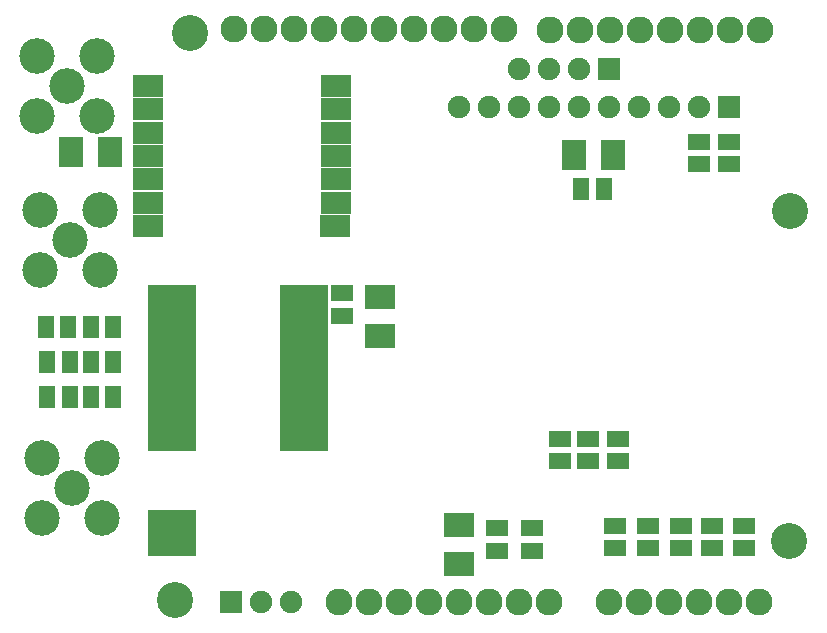
<source format=gts>
G04 (created by PCBNEW (2013-05-31 BZR 4019)-stable) date 14/03/2014 22:41:48*
%MOIN*%
G04 Gerber Fmt 3.4, Leading zero omitted, Abs format*
%FSLAX34Y34*%
G01*
G70*
G90*
G04 APERTURE LIST*
%ADD10C,0.00590551*%
%ADD11C,0.118425*%
%ADD12C,0.12*%
%ADD13C,0.09*%
%ADD14R,0.08X0.1*%
%ADD15R,0.1X0.08*%
%ADD16R,0.055X0.075*%
%ADD17R,0.075X0.055*%
%ADD18R,0.075X0.075*%
%ADD19C,0.075*%
%ADD20R,0.0987X0.0751*%
%ADD21R,0.161732X0.0550394*%
G04 APERTURE END LIST*
G54D10*
G54D11*
X45150Y-36200D03*
X44150Y-37200D03*
X46150Y-37200D03*
X46150Y-35200D03*
X44150Y-35200D03*
G54D12*
X69120Y-35213D03*
X69090Y-46233D03*
G54D13*
X55100Y-48263D03*
X56100Y-48263D03*
X57100Y-48263D03*
X58100Y-48263D03*
X59100Y-48263D03*
X60100Y-48263D03*
X61100Y-48263D03*
X54100Y-48263D03*
X67120Y-29183D03*
X66120Y-29183D03*
X65120Y-29183D03*
X64120Y-29183D03*
X63120Y-29183D03*
X62120Y-29183D03*
X61120Y-29183D03*
X68120Y-29183D03*
X64090Y-48263D03*
X65090Y-48263D03*
X66090Y-48263D03*
X67090Y-48263D03*
X68090Y-48263D03*
X63090Y-48263D03*
X58610Y-29173D03*
X57610Y-29173D03*
X56610Y-29173D03*
X55610Y-29173D03*
X54610Y-29173D03*
X53610Y-29173D03*
X52610Y-29173D03*
X51610Y-29173D03*
X50610Y-29173D03*
X59610Y-29173D03*
G54D11*
X45050Y-31050D03*
X44050Y-32050D03*
X46050Y-32050D03*
X46050Y-30050D03*
X44050Y-30050D03*
X45200Y-44450D03*
X44200Y-45450D03*
X46200Y-45450D03*
X46200Y-43450D03*
X44200Y-43450D03*
G54D14*
X46457Y-33248D03*
X45157Y-33248D03*
X61940Y-33350D03*
X63240Y-33350D03*
G54D15*
X58110Y-45688D03*
X58110Y-46988D03*
X55472Y-39390D03*
X55472Y-38090D03*
G54D16*
X45075Y-39085D03*
X44325Y-39085D03*
X46575Y-39085D03*
X45825Y-39085D03*
G54D17*
X54212Y-38721D03*
X54212Y-37971D03*
G54D16*
X62184Y-34488D03*
X62934Y-34488D03*
G54D17*
X63300Y-45725D03*
X63300Y-46475D03*
X67100Y-33675D03*
X67100Y-32925D03*
X66100Y-33675D03*
X66100Y-32925D03*
G54D16*
X46575Y-41418D03*
X45825Y-41418D03*
X45125Y-40267D03*
X44375Y-40267D03*
X46575Y-40267D03*
X45825Y-40267D03*
G54D17*
X59370Y-45806D03*
X59370Y-46556D03*
X60527Y-45802D03*
X60527Y-46552D03*
X65500Y-46475D03*
X65500Y-45725D03*
X66550Y-46475D03*
X66550Y-45725D03*
X64400Y-46475D03*
X64400Y-45725D03*
X67600Y-46475D03*
X67600Y-45725D03*
G54D16*
X45125Y-41418D03*
X44375Y-41418D03*
G54D18*
X50496Y-48267D03*
G54D19*
X51496Y-48267D03*
X52496Y-48267D03*
G54D18*
X67100Y-31750D03*
G54D19*
X66100Y-31750D03*
X65100Y-31750D03*
X64100Y-31750D03*
X63100Y-31750D03*
X62100Y-31750D03*
X61100Y-31750D03*
X60100Y-31750D03*
X59100Y-31750D03*
X58100Y-31750D03*
G54D20*
X53980Y-35743D03*
X53991Y-34955D03*
X53991Y-34168D03*
X53991Y-33400D03*
X53991Y-32632D03*
X53991Y-31845D03*
X53991Y-31057D03*
X47731Y-31057D03*
X47731Y-31845D03*
X47731Y-32632D03*
X47731Y-33400D03*
X47731Y-34168D03*
X47731Y-34955D03*
X47731Y-35743D03*
G54D17*
X61456Y-42813D03*
X61456Y-43563D03*
X63385Y-43563D03*
X63385Y-42813D03*
X62401Y-42813D03*
X62401Y-43563D03*
G54D18*
X63114Y-30492D03*
G54D19*
X62114Y-30492D03*
X61114Y-30492D03*
X60114Y-30492D03*
G54D12*
X49120Y-29303D03*
X48620Y-48193D03*
G54D21*
X48531Y-37960D03*
X48531Y-38460D03*
X48531Y-38960D03*
X48531Y-39460D03*
X48531Y-39960D03*
X48531Y-40460D03*
X48531Y-40960D03*
X48531Y-41460D03*
X48531Y-41960D03*
X48531Y-42460D03*
X48531Y-42960D03*
X48531Y-45460D03*
X48531Y-45960D03*
X48531Y-46460D03*
X52925Y-42960D03*
X52925Y-42460D03*
X52925Y-41960D03*
X52925Y-41460D03*
X52925Y-40960D03*
X52925Y-40460D03*
X52925Y-39960D03*
X52925Y-39460D03*
X52925Y-38960D03*
X52925Y-38460D03*
X52925Y-37960D03*
M02*

</source>
